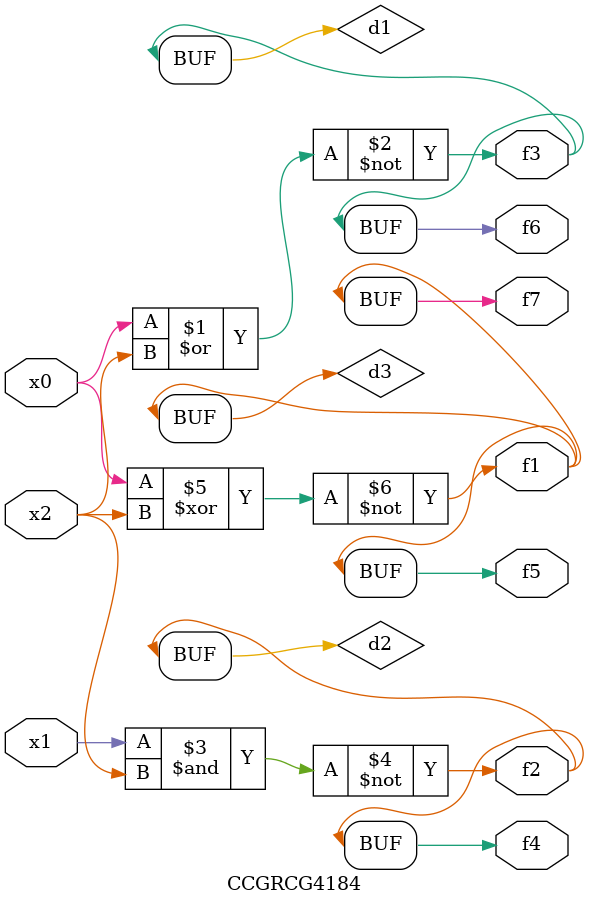
<source format=v>
module CCGRCG4184(
	input x0, x1, x2,
	output f1, f2, f3, f4, f5, f6, f7
);

	wire d1, d2, d3;

	nor (d1, x0, x2);
	nand (d2, x1, x2);
	xnor (d3, x0, x2);
	assign f1 = d3;
	assign f2 = d2;
	assign f3 = d1;
	assign f4 = d2;
	assign f5 = d3;
	assign f6 = d1;
	assign f7 = d3;
endmodule

</source>
